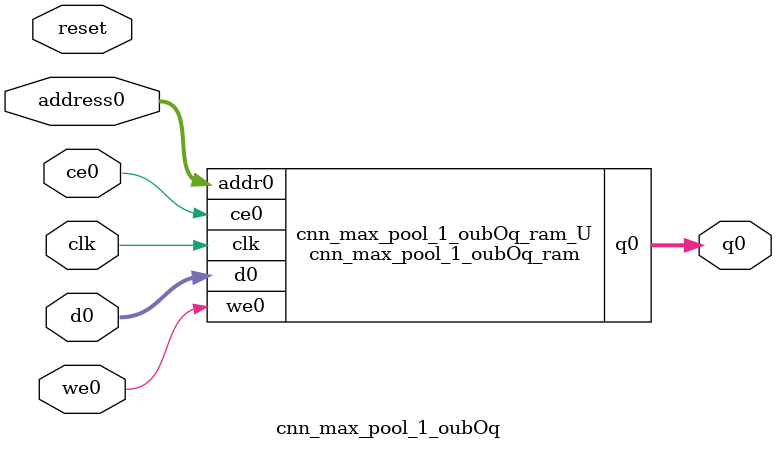
<source format=v>
`timescale 1 ns / 1 ps
module cnn_max_pool_1_oubOq_ram (addr0, ce0, d0, we0, q0,  clk);

parameter DWIDTH = 14;
parameter AWIDTH = 4;
parameter MEM_SIZE = 16;

input[AWIDTH-1:0] addr0;
input ce0;
input[DWIDTH-1:0] d0;
input we0;
output reg[DWIDTH-1:0] q0;
input clk;

(* ram_style = "distributed" *)reg [DWIDTH-1:0] ram[0:MEM_SIZE-1];




always @(posedge clk)  
begin 
    if (ce0) 
    begin
        if (we0) 
        begin 
            ram[addr0] <= d0; 
        end 
        q0 <= ram[addr0];
    end
end


endmodule

`timescale 1 ns / 1 ps
module cnn_max_pool_1_oubOq(
    reset,
    clk,
    address0,
    ce0,
    we0,
    d0,
    q0);

parameter DataWidth = 32'd14;
parameter AddressRange = 32'd16;
parameter AddressWidth = 32'd4;
input reset;
input clk;
input[AddressWidth - 1:0] address0;
input ce0;
input we0;
input[DataWidth - 1:0] d0;
output[DataWidth - 1:0] q0;



cnn_max_pool_1_oubOq_ram cnn_max_pool_1_oubOq_ram_U(
    .clk( clk ),
    .addr0( address0 ),
    .ce0( ce0 ),
    .we0( we0 ),
    .d0( d0 ),
    .q0( q0 ));

endmodule


</source>
